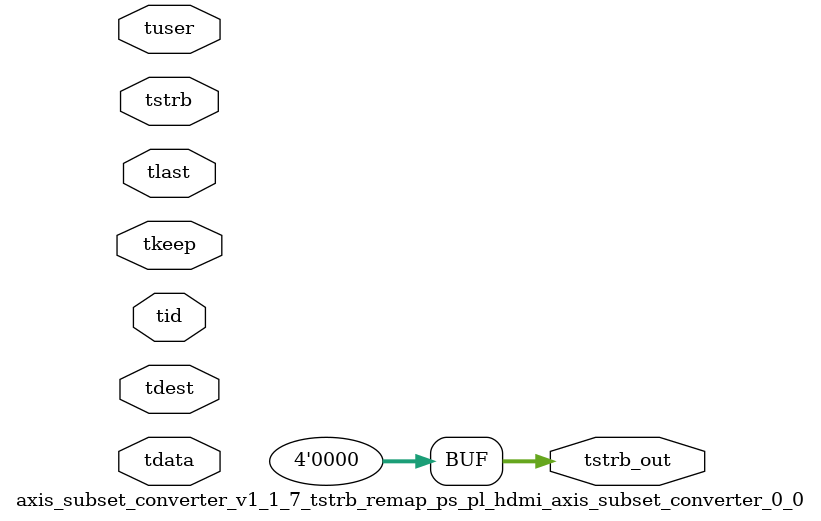
<source format=v>


`timescale 1ps/1ps

module axis_subset_converter_v1_1_7_tstrb_remap_ps_pl_hdmi_axis_subset_converter_0_0 #
(
parameter C_S_AXIS_TDATA_WIDTH = 32,
parameter C_S_AXIS_TUSER_WIDTH = 0,
parameter C_S_AXIS_TID_WIDTH   = 0,
parameter C_S_AXIS_TDEST_WIDTH = 0,
parameter C_M_AXIS_TDATA_WIDTH = 32
)
(
input  [(C_S_AXIS_TDATA_WIDTH == 0 ? 1 : C_S_AXIS_TDATA_WIDTH)-1:0     ] tdata,
input  [(C_S_AXIS_TUSER_WIDTH == 0 ? 1 : C_S_AXIS_TUSER_WIDTH)-1:0     ] tuser,
input  [(C_S_AXIS_TID_WIDTH   == 0 ? 1 : C_S_AXIS_TID_WIDTH)-1:0       ] tid,
input  [(C_S_AXIS_TDEST_WIDTH == 0 ? 1 : C_S_AXIS_TDEST_WIDTH)-1:0     ] tdest,
input  [(C_S_AXIS_TDATA_WIDTH/8)-1:0 ] tkeep,
input  [(C_S_AXIS_TDATA_WIDTH/8)-1:0 ] tstrb,
input                                                                    tlast,
output [(C_M_AXIS_TDATA_WIDTH/8)-1:0 ] tstrb_out
);

assign tstrb_out = {1'b0};

endmodule


</source>
